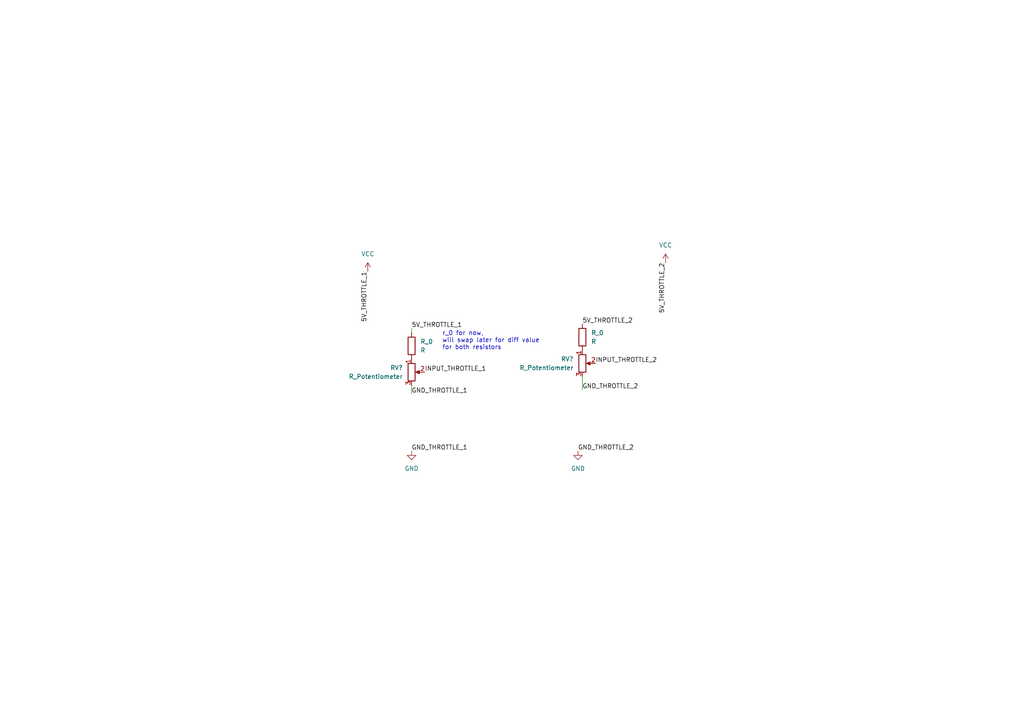
<source format=kicad_sch>
(kicad_sch (version 20211123) (generator eeschema)
  (paper "A4")
  (lib_symbols
    (symbol "Device:R" (pin_numbers hide) (pin_names (offset 0))
      (property "Reference" "R" (at 2.032 0 90))
      (property "Value" "R" (at 0 0 90))
      (symbol "R_0_1"
        (rectangle (start -1.016 -2.54) (end 1.016 2.54) (stroke (width 0.254)))
      )
      (symbol "R_1_1"
        (pin passive line (at 0 3.81 270) (length 1.27) (name "~") (number "1"))
        (pin passive line (at 0 -3.81 90) (length 1.27) (name "~") (number "2"))
      )
    )
    (symbol "Device:R_Potentiometer" (pin_names (offset 1.016) hide)
      (property "Reference" "RV" (at -4.445 0 90))
      (property "Value" "R_Potentiometer" (at -2.54 0 90))
      (symbol "R_Potentiometer_0_1"
        (polyline (pts (xy 2.54 0) (xy 1.524 0)))
        (polyline (pts (xy 1.143 0) (xy 2.286 0.508) (xy 2.286 -0.508) (xy 1.143 0)) (fill (type outline)))
        (rectangle (start 1.016 2.54) (end -1.016 -2.54) (stroke (width 0.254)))
      )
      (symbol "R_Potentiometer_1_1"
        (pin passive line (at 0 3.81 270) (length 1.27) (name "1") (number "1"))
        (pin passive line (at 3.81 0 180) (length 1.27) (name "2") (number "2"))
        (pin passive line (at 0 -3.81 90) (length 1.27) (name "3") (number "3"))
      )
    )
    (symbol "power:GND" (power) (pin_names (offset 0))
      (property "Value" "GND" (at 0 -3.81 0))
      (symbol "GND_0_1"
        (polyline (pts (xy 0 0) (xy 0 -1.27) (xy 1.27 -1.27) (xy 0 -2.54) (xy -1.27 -1.27) (xy 0 -1.27)))
      )
      (symbol "GND_1_1"
        (pin power_in line (at 0 0 270) (length 0) hide (name "GND") (number "1"))
      )
    )
    (symbol "power:VCC" (power) (pin_names (offset 0))
      (property "Value" "VCC" (at 0 3.81 0))
      (symbol "VCC_0_1"
        (polyline (pts (xy -0.762 1.27) (xy 0 2.54)))
        (polyline (pts (xy 0 0) (xy 0 2.54)))
        (polyline (pts (xy 0 2.54) (xy 0.762 1.27)))
      )
      (symbol "VCC_1_1"
        (pin power_in line (at 0 0 90) (length 0) hide (name "VCC") (number "1"))
      )
    )
  )
  (wire (pts (xy 119.38 95.25) (xy 119.38 96.52)))
  (wire (pts (xy 119.38 111.76) (xy 119.38 114.3)))
  (wire (pts (xy 168.91 109.22) (xy 168.91 113.03)))
  (text "r_0 for now, \nwill swap later for diff value\nfor both resistors" (at 128.27 101.6 0) (effects (font (size 1.27 1.27)) (justify left bottom)))
  (label "5V_THROTTLE_2" (at 168.91 93.98 0))
  (label "5V_THROTTLE_1" (at 106.68 78.74 270))
  (label "GND_THROTTLE_2" (at 168.91 113.03 0))
  (label "INPUT_THROTTLE_1" (at 123.19 107.95 0))
  (label "INPUT_THROTTLE_2" (at 172.72 105.41 0))
  (label "5V_THROTTLE_1" (at 119.38 95.25 0))
  (label "GND_THROTTLE_1" (at 119.38 130.81 0))
  (label "GND_THROTTLE_1" (at 119.38 114.3 0))
  (label "5V_THROTTLE_2" (at 193.04 76.2 270))
  (label "GND_THROTTLE_2" (at 167.64 130.81 0))
  (symbol (lib_id "power:VCC") (at 106.68 78.74 0) (unit 1)
    (property "Reference" "#PWR?" (effects hide))
    (property "Value" "VCC" (at 106.68 73.66 0))
  )
  (symbol (lib_id "Device:R") (at 168.91 97.79 0) (unit 1)
    (property "Reference" "R_0" (at 171.45 96.5199 0) (effects (justify left)))
    (property "Value" "R" (at 171.45 99.0599 0) (effects (justify left)))
  )
  (symbol (lib_id "power:GND") (at 119.38 130.81 0) (unit 1)
    (property "Reference" "#PWR?" (effects hide))
    (property "Value" "GND" (at 119.38 135.89 0))
  )
  (symbol (lib_id "Device:R_Potentiometer") (at 168.91 105.41 0) (unit 1)
    (property "Reference" "RV?" (at 166.37 104.1399 0) (effects (justify right)))
    (property "Value" "R_Potentiometer" (at 166.37 106.6799 0) (effects (justify right)))
  )
  (symbol (lib_id "Device:R") (at 119.38 100.33 0) (unit 1)
    (property "Reference" "R_0" (at 121.92 99.0599 0) (effects (justify left)))
    (property "Value" "R" (at 121.92 101.5999 0) (effects (justify left)))
  )
  (symbol (lib_id "power:VCC") (at 193.04 76.2 0) (unit 1)
    (property "Reference" "#PWR?" (effects hide))
    (property "Value" "VCC" (at 193.04 71.12 0))
  )
  (symbol (lib_id "power:GND") (at 167.64 130.81 0) (unit 1)
    (property "Reference" "#PWR?" (effects hide))
    (property "Value" "GND" (at 167.64 135.89 0))
  )
  (symbol (lib_id "Device:R_Potentiometer") (at 119.38 107.95 0) (unit 1)
    (property "Reference" "RV?" (at 116.84 106.6799 0) (effects (justify right)))
    (property "Value" "R_Potentiometer" (at 116.84 109.2199 0) (effects (justify right)))
  )
)
</source>
